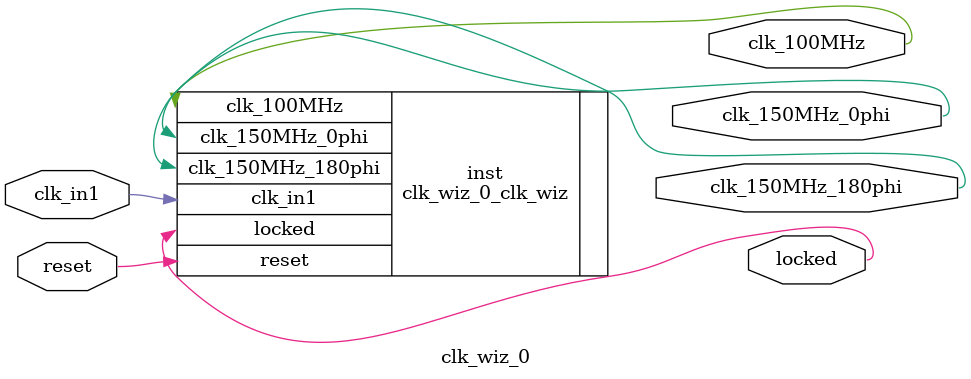
<source format=v>


`timescale 1ps/1ps

(* CORE_GENERATION_INFO = "clk_wiz_0,clk_wiz_v6_0_13_0_0,{component_name=clk_wiz_0,use_phase_alignment=true,use_min_o_jitter=false,use_max_i_jitter=false,use_dyn_phase_shift=false,use_inclk_switchover=false,use_dyn_reconfig=false,enable_axi=0,feedback_source=FDBK_AUTO,PRIMITIVE=PLL,num_out_clk=3,clkin1_period=10.000,clkin2_period=10.000,use_power_down=false,use_reset=true,use_locked=true,use_inclk_stopped=false,feedback_type=SINGLE,CLOCK_MGR_TYPE=NA,manual_override=false}" *)

module clk_wiz_0 
 (
  // Clock out ports
  output        clk_100MHz,
  output        clk_150MHz_0phi,
  output        clk_150MHz_180phi,
  // Status and control signals
  input         reset,
  output        locked,
 // Clock in ports
  input         clk_in1
 );

  clk_wiz_0_clk_wiz inst
  (
  // Clock out ports  
  .clk_100MHz(clk_100MHz),
  .clk_150MHz_0phi(clk_150MHz_0phi),
  .clk_150MHz_180phi(clk_150MHz_180phi),
  // Status and control signals               
  .reset(reset), 
  .locked(locked),
 // Clock in ports
  .clk_in1(clk_in1)
  );

endmodule

</source>
